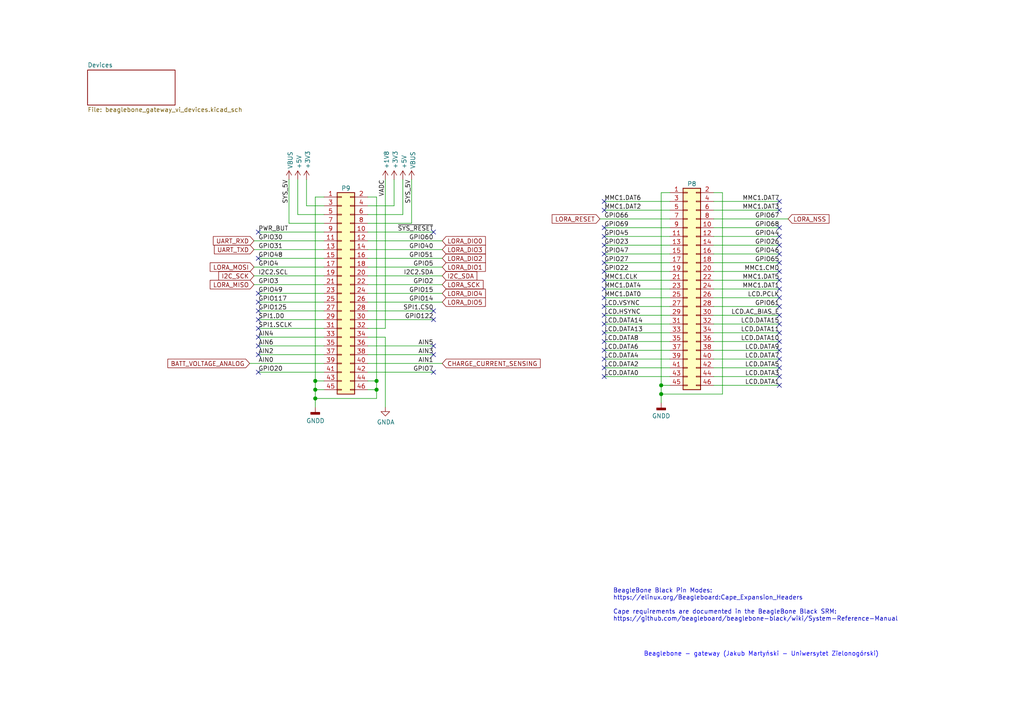
<source format=kicad_sch>
(kicad_sch (version 20230121) (generator eeschema)
  (paper "A4")
  (lib_symbols
    (symbol "Connector_Generic:Conn_02x23_Odd_Even" (pin_names (offset 1.016) hide)
      (property "Reference" "J" (at 1.27 30.48 0))
      (property "Value" "Conn_02x23_Odd_Even" (at 1.27 -30.48 0))
      (symbol "Conn_02x23_Odd_Even_1_1"
        (rectangle (start -1.27 -27.813) (end 0 -28.067) (stroke (width 0.1524)))
        (rectangle (start -1.27 -25.273) (end 0 -25.527) (stroke (width 0.1524)))
        (rectangle (start -1.27 -22.733) (end 0 -22.987) (stroke (width 0.1524)))
        (rectangle (start -1.27 -20.193) (end 0 -20.447) (stroke (width 0.1524)))
        (rectangle (start -1.27 -17.653) (end 0 -17.907) (stroke (width 0.1524)))
        (rectangle (start -1.27 -15.113) (end 0 -15.367) (stroke (width 0.1524)))
        (rectangle (start -1.27 -12.573) (end 0 -12.827) (stroke (width 0.1524)))
        (rectangle (start -1.27 -10.033) (end 0 -10.287) (stroke (width 0.1524)))
        (rectangle (start -1.27 -7.493) (end 0 -7.747) (stroke (width 0.1524)))
        (rectangle (start -1.27 -4.953) (end 0 -5.207) (stroke (width 0.1524)))
        (rectangle (start -1.27 -2.413) (end 0 -2.667) (stroke (width 0.1524)))
        (rectangle (start -1.27 0.127) (end 0 -0.127) (stroke (width 0.1524)))
        (rectangle (start -1.27 2.667) (end 0 2.413) (stroke (width 0.1524)))
        (rectangle (start -1.27 5.207) (end 0 4.953) (stroke (width 0.1524)))
        (rectangle (start -1.27 7.747) (end 0 7.493) (stroke (width 0.1524)))
        (rectangle (start -1.27 10.287) (end 0 10.033) (stroke (width 0.1524)))
        (rectangle (start -1.27 12.827) (end 0 12.573) (stroke (width 0.1524)))
        (rectangle (start -1.27 15.367) (end 0 15.113) (stroke (width 0.1524)))
        (rectangle (start -1.27 17.907) (end 0 17.653) (stroke (width 0.1524)))
        (rectangle (start -1.27 20.447) (end 0 20.193) (stroke (width 0.1524)))
        (rectangle (start -1.27 22.987) (end 0 22.733) (stroke (width 0.1524)))
        (rectangle (start -1.27 25.527) (end 0 25.273) (stroke (width 0.1524)))
        (rectangle (start -1.27 28.067) (end 0 27.813) (stroke (width 0.1524)))
        (rectangle (start -1.27 29.21) (end 3.81 -29.21) (stroke (width 0.254)) (fill (type background)))
        (rectangle (start 3.81 -27.813) (end 2.54 -28.067) (stroke (width 0.1524)))
        (rectangle (start 3.81 -25.273) (end 2.54 -25.527) (stroke (width 0.1524)))
        (rectangle (start 3.81 -22.733) (end 2.54 -22.987) (stroke (width 0.1524)))
        (rectangle (start 3.81 -20.193) (end 2.54 -20.447) (stroke (width 0.1524)))
        (rectangle (start 3.81 -17.653) (end 2.54 -17.907) (stroke (width 0.1524)))
        (rectangle (start 3.81 -15.113) (end 2.54 -15.367) (stroke (width 0.1524)))
        (rectangle (start 3.81 -12.573) (end 2.54 -12.827) (stroke (width 0.1524)))
        (rectangle (start 3.81 -10.033) (end 2.54 -10.287) (stroke (width 0.1524)))
        (rectangle (start 3.81 -7.493) (end 2.54 -7.747) (stroke (width 0.1524)))
        (rectangle (start 3.81 -4.953) (end 2.54 -5.207) (stroke (width 0.1524)))
        (rectangle (start 3.81 -2.413) (end 2.54 -2.667) (stroke (width 0.1524)))
        (rectangle (start 3.81 0.127) (end 2.54 -0.127) (stroke (width 0.1524)))
        (rectangle (start 3.81 2.667) (end 2.54 2.413) (stroke (width 0.1524)))
        (rectangle (start 3.81 5.207) (end 2.54 4.953) (stroke (width 0.1524)))
        (rectangle (start 3.81 7.747) (end 2.54 7.493) (stroke (width 0.1524)))
        (rectangle (start 3.81 10.287) (end 2.54 10.033) (stroke (width 0.1524)))
        (rectangle (start 3.81 12.827) (end 2.54 12.573) (stroke (width 0.1524)))
        (rectangle (start 3.81 15.367) (end 2.54 15.113) (stroke (width 0.1524)))
        (rectangle (start 3.81 17.907) (end 2.54 17.653) (stroke (width 0.1524)))
        (rectangle (start 3.81 20.447) (end 2.54 20.193) (stroke (width 0.1524)))
        (rectangle (start 3.81 22.987) (end 2.54 22.733) (stroke (width 0.1524)))
        (rectangle (start 3.81 25.527) (end 2.54 25.273) (stroke (width 0.1524)))
        (rectangle (start 3.81 28.067) (end 2.54 27.813) (stroke (width 0.1524)))
        (pin passive line (at -5.08 27.94 0) (length 3.81) (name "Pin_1") (number "1"))
        (pin passive line (at 7.62 17.78 180) (length 3.81) (name "Pin_10") (number "10"))
        (pin passive line (at -5.08 15.24 0) (length 3.81) (name "Pin_11") (number "11"))
        (pin passive line (at 7.62 15.24 180) (length 3.81) (name "Pin_12") (number "12"))
        (pin passive line (at -5.08 12.7 0) (length 3.81) (name "Pin_13") (number "13"))
        (pin passive line (at 7.62 12.7 180) (length 3.81) (name "Pin_14") (number "14"))
        (pin passive line (at -5.08 10.16 0) (length 3.81) (name "Pin_15") (number "15"))
        (pin passive line (at 7.62 10.16 180) (length 3.81) (name "Pin_16") (number "16"))
        (pin passive line (at -5.08 7.62 0) (length 3.81) (name "Pin_17") (number "17"))
        (pin passive line (at 7.62 7.62 180) (length 3.81) (name "Pin_18") (number "18"))
        (pin passive line (at -5.08 5.08 0) (length 3.81) (name "Pin_19") (number "19"))
        (pin passive line (at 7.62 27.94 180) (length 3.81) (name "Pin_2") (number "2"))
        (pin passive line (at 7.62 5.08 180) (length 3.81) (name "Pin_20") (number "20"))
        (pin passive line (at -5.08 2.54 0) (length 3.81) (name "Pin_21") (number "21"))
        (pin passive line (at 7.62 2.54 180) (length 3.81) (name "Pin_22") (number "22"))
        (pin passive line (at -5.08 0 0) (length 3.81) (name "Pin_23") (number "23"))
        (pin passive line (at 7.62 0 180) (length 3.81) (name "Pin_24") (number "24"))
        (pin passive line (at -5.08 -2.54 0) (length 3.81) (name "Pin_25") (number "25"))
        (pin passive line (at 7.62 -2.54 180) (length 3.81) (name "Pin_26") (number "26"))
        (pin passive line (at -5.08 -5.08 0) (length 3.81) (name "Pin_27") (number "27"))
        (pin passive line (at 7.62 -5.08 180) (length 3.81) (name "Pin_28") (number "28"))
        (pin passive line (at -5.08 -7.62 0) (length 3.81) (name "Pin_29") (number "29"))
        (pin passive line (at -5.08 25.4 0) (length 3.81) (name "Pin_3") (number "3"))
        (pin passive line (at 7.62 -7.62 180) (length 3.81) (name "Pin_30") (number "30"))
        (pin passive line (at -5.08 -10.16 0) (length 3.81) (name "Pin_31") (number "31"))
        (pin passive line (at 7.62 -10.16 180) (length 3.81) (name "Pin_32") (number "32"))
        (pin passive line (at -5.08 -12.7 0) (length 3.81) (name "Pin_33") (number "33"))
        (pin passive line (at 7.62 -12.7 180) (length 3.81) (name "Pin_34") (number "34"))
        (pin passive line (at -5.08 -15.24 0) (length 3.81) (name "Pin_35") (number "35"))
        (pin passive line (at 7.62 -15.24 180) (length 3.81) (name "Pin_36") (number "36"))
        (pin passive line (at -5.08 -17.78 0) (length 3.81) (name "Pin_37") (number "37"))
        (pin passive line (at 7.62 -17.78 180) (length 3.81) (name "Pin_38") (number "38"))
        (pin passive line (at -5.08 -20.32 0) (length 3.81) (name "Pin_39") (number "39"))
        (pin passive line (at 7.62 25.4 180) (length 3.81) (name "Pin_4") (number "4"))
        (pin passive line (at 7.62 -20.32 180) (length 3.81) (name "Pin_40") (number "40"))
        (pin passive line (at -5.08 -22.86 0) (length 3.81) (name "Pin_41") (number "41"))
        (pin passive line (at 7.62 -22.86 180) (length 3.81) (name "Pin_42") (number "42"))
        (pin passive line (at -5.08 -25.4 0) (length 3.81) (name "Pin_43") (number "43"))
        (pin passive line (at 7.62 -25.4 180) (length 3.81) (name "Pin_44") (number "44"))
        (pin passive line (at -5.08 -27.94 0) (length 3.81) (name "Pin_45") (number "45"))
        (pin passive line (at 7.62 -27.94 180) (length 3.81) (name "Pin_46") (number "46"))
        (pin passive line (at -5.08 22.86 0) (length 3.81) (name "Pin_5") (number "5"))
        (pin passive line (at 7.62 22.86 180) (length 3.81) (name "Pin_6") (number "6"))
        (pin passive line (at -5.08 20.32 0) (length 3.81) (name "Pin_7") (number "7"))
        (pin passive line (at 7.62 20.32 180) (length 3.81) (name "Pin_8") (number "8"))
        (pin passive line (at -5.08 17.78 0) (length 3.81) (name "Pin_9") (number "9"))
      )
    )
    (symbol "power:+1V8" (power) (pin_names (offset 0))
      (property "Value" "+1V8" (at 0 3.556 0))
      (symbol "+1V8_0_1"
        (polyline (pts (xy -0.762 1.27) (xy 0 2.54)))
        (polyline (pts (xy 0 0) (xy 0 2.54)))
        (polyline (pts (xy 0 2.54) (xy 0.762 1.27)))
      )
      (symbol "+1V8_1_1"
        (pin power_in line (at 0 0 90) (length 0) hide (name "+1V8") (number "1"))
      )
    )
    (symbol "power:+3.3V" (power) (pin_names (offset 0))
      (property "Value" "+3.3V" (at 0 3.556 0))
      (symbol "+3.3V_0_1"
        (polyline (pts (xy -0.762 1.27) (xy 0 2.54)))
        (polyline (pts (xy 0 0) (xy 0 2.54)))
        (polyline (pts (xy 0 2.54) (xy 0.762 1.27)))
      )
      (symbol "+3.3V_1_1"
        (pin power_in line (at 0 0 90) (length 0) hide (name "+3V3") (number "1"))
      )
    )
    (symbol "power:+5V" (power) (pin_names (offset 0))
      (property "Value" "+5V" (at 0 3.556 0))
      (symbol "+5V_0_1"
        (polyline (pts (xy -0.762 1.27) (xy 0 2.54)))
        (polyline (pts (xy 0 0) (xy 0 2.54)))
        (polyline (pts (xy 0 2.54) (xy 0.762 1.27)))
      )
      (symbol "+5V_1_1"
        (pin power_in line (at 0 0 90) (length 0) hide (name "+5V") (number "1"))
      )
    )
    (symbol "power:GNDA" (power) (pin_names (offset 0))
      (property "Value" "GNDA" (at 0 -3.81 0))
      (symbol "GNDA_0_1"
        (polyline (pts (xy 0 0) (xy 0 -1.27) (xy 1.27 -1.27) (xy 0 -2.54) (xy -1.27 -1.27) (xy 0 -1.27)))
      )
      (symbol "GNDA_1_1"
        (pin power_in line (at 0 0 270) (length 0) hide (name "GNDA") (number "1"))
      )
    )
    (symbol "power:GNDD" (power) (pin_names (offset 0))
      (property "Value" "GNDD" (at 0 -3.175 0))
      (symbol "GNDD_0_1"
        (rectangle (start -1.27 -1.524) (end 1.27 -2.032) (stroke (width 0.254)) (fill (type outline)))
        (polyline (pts (xy 0 0) (xy 0 -1.524)))
      )
      (symbol "GNDD_1_1"
        (pin power_in line (at 0 0 270) (length 0) hide (name "GNDD") (number "1"))
      )
    )
    (symbol "power:VBUS" (power) (pin_names (offset 0))
      (property "Value" "VBUS" (at 0 3.81 0))
      (symbol "VBUS_0_1"
        (polyline (pts (xy -0.762 1.27) (xy 0 2.54)))
        (polyline (pts (xy 0 0) (xy 0 2.54)))
        (polyline (pts (xy 0 2.54) (xy 0.762 1.27)))
      )
      (symbol "VBUS_1_1"
        (pin power_in line (at 0 0 90) (length 0) hide (name "VBUS") (number "1"))
      )
    )
  )
  (junction (at 91.44 113.03) (diameter 1.016))
  (junction (at 191.77 114.3) (diameter 1.016))
  (junction (at 91.44 110.49) (diameter 1.016))
  (junction (at 109.22 113.03) (diameter 1.016))
  (junction (at 191.77 111.76) (diameter 1.016))
  (junction (at 91.44 115.57) (diameter 1.016))
  (junction (at 109.22 110.49) (diameter 1.016))
  (no_connect (at 175.26 66.04))
  (no_connect (at 74.93 92.71))
  (no_connect (at 226.06 109.22))
  (no_connect (at 226.06 81.28))
  (no_connect (at 226.06 88.9))
  (no_connect (at 175.26 88.9))
  (no_connect (at 175.26 68.58))
  (no_connect (at 175.26 58.42))
  (no_connect (at 175.26 99.06))
  (no_connect (at 74.93 74.93))
  (no_connect (at 226.06 91.44))
  (no_connect (at 175.26 101.6))
  (no_connect (at 226.06 106.68))
  (no_connect (at 125.73 102.87))
  (no_connect (at 175.26 86.36))
  (no_connect (at 74.93 87.63))
  (no_connect (at 175.26 106.68))
  (no_connect (at 175.26 81.28))
  (no_connect (at 226.06 101.6))
  (no_connect (at 175.26 96.52))
  (no_connect (at 226.06 111.76))
  (no_connect (at 175.26 76.2))
  (no_connect (at 226.06 58.42))
  (no_connect (at 226.06 96.52))
  (no_connect (at 226.06 66.04))
  (no_connect (at 226.06 76.2))
  (no_connect (at 226.06 68.58))
  (no_connect (at 74.93 90.17))
  (no_connect (at 226.06 86.36))
  (no_connect (at 175.26 73.66))
  (no_connect (at 175.26 60.96))
  (no_connect (at 74.93 100.33))
  (no_connect (at 175.26 71.12))
  (no_connect (at 74.93 67.31))
  (no_connect (at 226.06 93.98))
  (no_connect (at 175.26 93.98))
  (no_connect (at 175.26 78.74))
  (no_connect (at 74.93 107.95))
  (no_connect (at 125.73 67.31))
  (no_connect (at 125.73 92.71))
  (no_connect (at 175.26 83.82))
  (no_connect (at 226.06 83.82))
  (no_connect (at 74.93 102.87))
  (no_connect (at 74.93 95.25))
  (no_connect (at 226.06 99.06))
  (no_connect (at 125.73 90.17))
  (no_connect (at 125.73 107.95))
  (no_connect (at 226.06 78.74))
  (no_connect (at 175.26 109.22))
  (no_connect (at 226.06 71.12))
  (no_connect (at 226.06 73.66))
  (no_connect (at 175.26 104.14))
  (no_connect (at 125.73 100.33))
  (no_connect (at 175.26 91.44))
  (no_connect (at 226.06 104.14))
  (no_connect (at 226.06 60.96))
  (no_connect (at 74.93 85.09))
  (no_connect (at 74.93 97.79))
  (wire (pts (xy 74.93 92.71) (xy 93.98 92.71)))
  (wire (pts (xy 106.68 72.39) (xy 128.27 72.39)))
  (wire (pts (xy 106.68 74.93) (xy 128.27 74.93)))
  (wire (pts (xy 207.01 86.36) (xy 226.06 86.36)))
  (wire (pts (xy 106.68 92.71) (xy 125.73 92.71)))
  (wire (pts (xy 93.98 62.23) (xy 86.36 62.23)))
  (wire (pts (xy 207.01 81.28) (xy 226.06 81.28)))
  (wire (pts (xy 207.01 91.44) (xy 226.06 91.44)))
  (wire (pts (xy 93.98 64.77) (xy 83.82 64.77)))
  (wire (pts (xy 207.01 63.5) (xy 228.6 63.5)))
  (wire (pts (xy 91.44 110.49) (xy 93.98 110.49)))
  (wire (pts (xy 106.68 107.95) (xy 125.73 107.95)))
  (wire (pts (xy 207.01 99.06) (xy 226.06 99.06)))
  (wire (pts (xy 106.68 102.87) (xy 125.73 102.87)))
  (wire (pts (xy 175.26 73.66) (xy 194.31 73.66)))
  (wire (pts (xy 207.01 101.6) (xy 226.06 101.6)))
  (wire (pts (xy 207.01 96.52) (xy 226.06 96.52)))
  (wire (pts (xy 106.68 87.63) (xy 128.27 87.63)))
  (wire (pts (xy 74.93 95.25) (xy 93.98 95.25)))
  (wire (pts (xy 88.9 52.07) (xy 88.9 59.69)))
  (wire (pts (xy 175.26 93.98) (xy 194.31 93.98)))
  (wire (pts (xy 175.26 66.04) (xy 194.31 66.04)))
  (wire (pts (xy 106.68 97.79) (xy 111.76 97.79)))
  (wire (pts (xy 91.44 115.57) (xy 109.22 115.57)))
  (wire (pts (xy 73.66 77.47) (xy 93.98 77.47)))
  (wire (pts (xy 74.93 74.93) (xy 93.98 74.93)))
  (wire (pts (xy 207.01 76.2) (xy 226.06 76.2)))
  (wire (pts (xy 93.98 59.69) (xy 88.9 59.69)))
  (wire (pts (xy 173.99 63.5) (xy 194.31 63.5)))
  (wire (pts (xy 73.66 72.39) (xy 93.98 72.39)))
  (wire (pts (xy 74.93 85.09) (xy 93.98 85.09)))
  (wire (pts (xy 191.77 114.3) (xy 209.55 114.3)))
  (wire (pts (xy 209.55 55.88) (xy 209.55 114.3)))
  (wire (pts (xy 106.68 64.77) (xy 119.38 64.77)))
  (wire (pts (xy 191.77 55.88) (xy 191.77 111.76)))
  (wire (pts (xy 175.26 71.12) (xy 194.31 71.12)))
  (wire (pts (xy 191.77 55.88) (xy 194.31 55.88)))
  (wire (pts (xy 73.66 82.55) (xy 93.98 82.55)))
  (wire (pts (xy 207.01 88.9) (xy 226.06 88.9)))
  (wire (pts (xy 106.68 59.69) (xy 114.3 59.69)))
  (wire (pts (xy 116.84 62.23) (xy 116.84 52.07)))
  (wire (pts (xy 114.3 59.69) (xy 114.3 52.07)))
  (wire (pts (xy 191.77 111.76) (xy 191.77 114.3)))
  (wire (pts (xy 191.77 114.3) (xy 191.77 116.84)))
  (wire (pts (xy 194.31 111.76) (xy 191.77 111.76)))
  (wire (pts (xy 175.26 58.42) (xy 194.31 58.42)))
  (wire (pts (xy 106.68 80.01) (xy 128.27 80.01)))
  (wire (pts (xy 175.26 106.68) (xy 194.31 106.68)))
  (wire (pts (xy 91.44 115.57) (xy 91.44 118.11)))
  (wire (pts (xy 175.26 76.2) (xy 194.31 76.2)))
  (wire (pts (xy 74.93 100.33) (xy 93.98 100.33)))
  (wire (pts (xy 91.44 110.49) (xy 91.44 113.03)))
  (wire (pts (xy 72.39 105.41) (xy 93.98 105.41)))
  (wire (pts (xy 207.01 83.82) (xy 226.06 83.82)))
  (wire (pts (xy 83.82 64.77) (xy 83.82 52.07)))
  (wire (pts (xy 74.93 90.17) (xy 93.98 90.17)))
  (wire (pts (xy 207.01 66.04) (xy 226.06 66.04)))
  (wire (pts (xy 106.68 110.49) (xy 109.22 110.49)))
  (wire (pts (xy 109.22 110.49) (xy 109.22 113.03)))
  (wire (pts (xy 109.22 113.03) (xy 109.22 115.57)))
  (wire (pts (xy 207.01 60.96) (xy 226.06 60.96)))
  (wire (pts (xy 106.68 90.17) (xy 125.73 90.17)))
  (wire (pts (xy 111.76 97.79) (xy 111.76 118.11)))
  (wire (pts (xy 175.26 83.82) (xy 194.31 83.82)))
  (wire (pts (xy 106.68 57.15) (xy 109.22 57.15)))
  (wire (pts (xy 106.68 77.47) (xy 128.27 77.47)))
  (wire (pts (xy 111.76 52.07) (xy 111.76 95.25)))
  (wire (pts (xy 175.26 109.22) (xy 194.31 109.22)))
  (wire (pts (xy 86.36 52.07) (xy 86.36 62.23)))
  (wire (pts (xy 207.01 55.88) (xy 209.55 55.88)))
  (wire (pts (xy 207.01 109.22) (xy 226.06 109.22)))
  (wire (pts (xy 109.22 57.15) (xy 109.22 110.49)))
  (wire (pts (xy 106.68 85.09) (xy 128.27 85.09)))
  (wire (pts (xy 175.26 99.06) (xy 194.31 99.06)))
  (wire (pts (xy 74.93 107.95) (xy 93.98 107.95)))
  (wire (pts (xy 175.26 86.36) (xy 194.31 86.36)))
  (wire (pts (xy 175.26 78.74) (xy 194.31 78.74)))
  (wire (pts (xy 207.01 73.66) (xy 226.06 73.66)))
  (wire (pts (xy 106.68 82.55) (xy 128.27 82.55)))
  (wire (pts (xy 175.26 96.52) (xy 194.31 96.52)))
  (wire (pts (xy 73.66 80.01) (xy 93.98 80.01)))
  (wire (pts (xy 119.38 52.07) (xy 119.38 64.77)))
  (wire (pts (xy 91.44 57.15) (xy 91.44 110.49)))
  (wire (pts (xy 93.98 57.15) (xy 91.44 57.15)))
  (wire (pts (xy 73.66 69.85) (xy 93.98 69.85)))
  (wire (pts (xy 207.01 106.68) (xy 226.06 106.68)))
  (wire (pts (xy 207.01 71.12) (xy 226.06 71.12)))
  (wire (pts (xy 175.26 88.9) (xy 194.31 88.9)))
  (wire (pts (xy 74.93 87.63) (xy 93.98 87.63)))
  (wire (pts (xy 106.68 105.41) (xy 128.27 105.41)))
  (wire (pts (xy 207.01 68.58) (xy 226.06 68.58)))
  (wire (pts (xy 175.26 81.28) (xy 194.31 81.28)))
  (wire (pts (xy 175.26 68.58) (xy 194.31 68.58)))
  (wire (pts (xy 91.44 113.03) (xy 93.98 113.03)))
  (wire (pts (xy 91.44 115.57) (xy 91.44 113.03)))
  (wire (pts (xy 207.01 78.74) (xy 226.06 78.74)))
  (wire (pts (xy 207.01 111.76) (xy 226.06 111.76)))
  (wire (pts (xy 74.93 97.79) (xy 93.98 97.79)))
  (wire (pts (xy 207.01 104.14) (xy 226.06 104.14)))
  (wire (pts (xy 175.26 91.44) (xy 194.31 91.44)))
  (wire (pts (xy 106.68 69.85) (xy 128.27 69.85)))
  (wire (pts (xy 207.01 58.42) (xy 226.06 58.42)))
  (wire (pts (xy 207.01 93.98) (xy 226.06 93.98)))
  (wire (pts (xy 106.68 62.23) (xy 116.84 62.23)))
  (wire (pts (xy 74.93 67.31) (xy 93.98 67.31)))
  (wire (pts (xy 106.68 100.33) (xy 125.73 100.33)))
  (wire (pts (xy 175.26 101.6) (xy 194.31 101.6)))
  (wire (pts (xy 106.68 67.31) (xy 125.73 67.31)))
  (wire (pts (xy 175.26 104.14) (xy 194.31 104.14)))
  (wire (pts (xy 106.68 95.25) (xy 111.76 95.25)))
  (wire (pts (xy 74.93 102.87) (xy 93.98 102.87)))
  (wire (pts (xy 175.26 60.96) (xy 194.31 60.96)))
  (wire (pts (xy 106.68 113.03) (xy 109.22 113.03)))
  (text "Beaglebone - gateway (Jakub Martyński - Uniwersytet Zielonogórski)" (at 186.69 190.5 0) (effects (font (size 1.27 1.27)) (justify left bottom)))
  (text "BeagleBone Black Pin Modes:\nhttps://elinux.org/Beagleboard:Cape_Expansion_Headers\n\nCape requirements are documented in the BeagleBone Black SRM:\nhttps://github.com/beagleboard/beaglebone-black/wiki/System-Reference-Manual" (at 177.8 180.34 0) (effects (font (size 1.27 1.27)) (justify left bottom)))
  (text "Podłącz piny DIO0-DIO5 do jakiś pinów na złączach.\nMamy sporo wolnych a mogą się przydać do odczytywania\ndodatkowych informacji o układzie." (at -1.27 -29.21 0) (effects (font (size 1.27 1.27)) (justify left bottom)))
  (text "Może warto również dodać jakieś 2 przyciski\ndo nieużywanych GPIO, co nam pozwoli sterować\nprogramem jak nie będzie np. podłączony\nkomputer (to jest raczej nice to have i może\nbyć również zrobione w wersji 2)." (at 60.96 -22.86 0) (effects (font (size 1.27 1.27)) (justify left bottom)))
  (text "Ogólne:\n- Nie używaj symbolu omega (tak, to są ohmy ale nie używa\nsię. Widać, że to jest rezystor więc wystarczy np. 1, 1k, 1M\n- Na koniec żeby ktoś kto nie ma KiCada mógł oglądać wygodnie\nschemat - zamiast robić screenshoty - \"Wydrukuj do PDFa\" - Schemat i PCB.\n" (at 121.92 -26.67 0) (effects (font (size 1.27 1.27)) (justify left bottom)))
  (text "Zastanów się czy nie warto dodać jakiegoś switcha\ni podłączyć PWR_BUT i SYS_RESET. Jak nałożymy tą nakładkę na\nBeaglebone to stracimy dostęp (a przynajmniej bardzo\ngo utrudnimy) do przycisków na płycie.\n\n(Nice to have i może\nbyć również zrobione w wersji 2\nbo wydaje się proste do zrobienia)." (at -46.99 -7.62 0) (effects (font (size 1.27 1.27)) (justify left bottom)))
  (label "GPIO45" (at 175.26 68.58 0))
  (label "LCD.DATA14" (at 175.26 93.98 0))
  (label "AIN4" (at 74.93 97.79 0))
  (label "GPIO125" (at 74.93 90.17 0))
  (label "GPIO5" (at 125.73 77.47 180))
  (label "VADC" (at 111.76 52.07 270))
  (label "SPI1.CS0" (at 125.73 90.17 180))
  (label "GPIO67" (at 226.06 63.5 180))
  (label "LCD.DATA13" (at 175.26 96.52 0))
  (label "I2C2.SDA" (at 125.73 80.01 180))
  (label "MMC1.DAT5" (at 226.06 81.28 180))
  (label "LCD.DATA1" (at 226.06 111.76 180))
  (label "LCD.HSYNC" (at 175.26 91.44 0))
  (label "MMC1.CMD" (at 226.06 78.74 180))
  (label "SPI1.SCLK" (at 74.93 95.25 0))
  (label "GPIO117" (at 74.93 87.63 0))
  (label "PWR_BUT" (at 74.93 67.31 0))
  (label "GPIO27" (at 175.26 76.2 0))
  (label "~{SYS_RESET}" (at 125.73 67.31 180))
  (label "GPIO30" (at 74.93 69.85 0))
  (label "GPIO4" (at 74.93 77.47 0))
  (label "LCD.DATA2" (at 175.26 106.68 0))
  (label "GPIO7" (at 125.73 107.95 180))
  (label "AIN6" (at 74.93 100.33 0))
  (label "GPIO15" (at 125.73 85.09 180))
  (label "SPI1.D0" (at 74.93 92.71 0))
  (label "SYS_5V" (at 119.38 52.07 270))
  (label "GPIO46" (at 226.06 73.66 180))
  (label "AIN5" (at 125.73 100.33 180))
  (label "GPIO23" (at 175.26 71.12 0))
  (label "GPIO51" (at 125.73 74.93 180))
  (label "MMC1.DAT3" (at 226.06 60.96 180))
  (label "GPIO2" (at 125.73 82.55 180))
  (label "GPIO31" (at 74.93 72.39 0))
  (label "GPIO20" (at 74.93 107.95 0))
  (label "MMC1.CLK" (at 175.26 81.28 0))
  (label "MMC1.DAT1" (at 226.06 83.82 180))
  (label "GPIO47" (at 175.26 73.66 0))
  (label "LCD.DATA11" (at 226.06 96.52 180))
  (label "GPIO40" (at 125.73 72.39 180))
  (label "I2C2.SCL" (at 74.93 80.01 0))
  (label "LCD.DATA0" (at 175.26 109.22 0))
  (label "LCD.PCLK" (at 226.06 86.36 180))
  (label "GPIO44" (at 226.06 68.58 180))
  (label "GPIO49" (at 74.93 85.09 0))
  (label "AIN2" (at 74.93 102.87 0))
  (label "GPIO61" (at 226.06 88.9 180))
  (label "GPIO122" (at 125.73 92.71 180))
  (label "AIN0" (at 74.93 105.41 0))
  (label "LCD.DATA9" (at 226.06 101.6 180))
  (label "LCD.DATA15" (at 226.06 93.98 180))
  (label "GPIO66" (at 175.26 63.5 0))
  (label "GPIO14" (at 125.73 87.63 180))
  (label "GPIO3" (at 74.93 82.55 0))
  (label "MMC1.DAT7" (at 226.06 58.42 180))
  (label "MMC1.DAT2" (at 175.26 60.96 0))
  (label "GPIO69" (at 175.26 66.04 0))
  (label "LCD.DATA4" (at 175.26 104.14 0))
  (label "GPIO60" (at 125.73 69.85 180))
  (label "LCD.DATA3" (at 226.06 109.22 180))
  (label "MMC1.DAT4" (at 175.26 83.82 0))
  (label "GPIO22" (at 175.26 78.74 0))
  (label "GPIO68" (at 226.06 66.04 180))
  (label "AIN3" (at 125.73 102.87 180))
  (label "LCD.AC_BIAS_E" (at 226.06 91.44 180))
  (label "LCD.DATA7" (at 226.06 104.14 180))
  (label "LCD.DATA10" (at 226.06 99.06 180))
  (label "MMC1.DAT0" (at 175.26 86.36 0))
  (label "GPIO26" (at 226.06 71.12 180))
  (label "GPIO48" (at 74.93 74.93 0))
  (label "LCD.DATA5" (at 226.06 106.68 180))
  (label "AIN1" (at 125.73 105.41 180))
  (label "LCD.DATA8" (at 175.26 99.06 0))
  (label "SYS_5V" (at 83.82 52.07 270))
  (label "MMC1.DAT6" (at 175.26 58.42 0))
  (label "LCD.DATA6" (at 175.26 101.6 0))
  (label "LCD.VSYNC" (at 175.26 88.9 0))
  (label "GPIO65" (at 226.06 76.2 180))
  (global_label "LORA_RESET" (shape input) (at 173.99 63.5 180) (property "Intersheetrefs" "${INTERSHEET_REFS}" (effects hide)))
  (global_label "LORA_MOSI" (shape input) (at 73.66 77.47 180) (property "Intersheetrefs" "${INTERSHEET_REFS}" (effects hide)))
  (global_label "LORA_DIO3" (shape input) (at 128.27 72.39 0) (property "Intersheetrefs" "${INTERSHEET_REFS}" (effects hide)))
  (global_label "LORA_SCK" (shape input) (at 128.27 82.55 0) (property "Intersheetrefs" "${INTERSHEET_REFS}" (effects hide)))
  (global_label "LORA_DIO0" (shape input) (at 128.27 69.85 0) (property "Intersheetrefs" "${INTERSHEET_REFS}" (effects hide)))
  (global_label "UART_TXD" (shape input) (at 73.66 72.39 180) (property "Intersheetrefs" "${INTERSHEET_REFS}" (effects hide)))
  (global_label "LORA_DIO1" (shape input) (at 128.27 77.47 0) (property "Intersheetrefs" "${INTERSHEET_REFS}" (effects hide)))
  (global_label "LORA_NSS" (shape input) (at 228.6 63.5 0) (property "Intersheetrefs" "${INTERSHEET_REFS}" (effects hide)))
  (global_label "LORA_DIO4" (shape input) (at 128.27 85.09 0) (property "Intersheetrefs" "${INTERSHEET_REFS}" (effects hide)))
  (global_label "UART_RXD" (shape input) (at 73.66 69.85 180) (property "Intersheetrefs" "${INTERSHEET_REFS}" (effects hide)))
  (global_label "LORA_DIO5" (shape input) (at 128.27 87.63 0) (property "Intersheetrefs" "${INTERSHEET_REFS}" (effects hide)))
  (global_label "CHARGE_CURRENT_SENSING" (shape input) (at 128.27 105.41 0) (property "Intersheetrefs" "${INTERSHEET_REFS}" (effects hide)))
  (global_label "I2C_SDA" (shape input) (at 128.27 80.01 0) (property "Intersheetrefs" "${INTERSHEET_REFS}" (effects hide)))
  (global_label "LORA_MISO" (shape input) (at 73.66 82.55 180) (property "Intersheetrefs" "${INTERSHEET_REFS}" (effects hide)))
  (global_label "BATT_VOLTAGE_ANALOG" (shape input) (at 72.39 105.41 180) (property "Intersheetrefs" "${INTERSHEET_REFS}" (effects hide)))
  (global_label "LORA_DIO2" (shape input) (at 128.27 74.93 0) (property "Intersheetrefs" "${INTERSHEET_REFS}" (effects hide)))
  (global_label "I2C_SCK" (shape input) (at 73.66 80.01 180) (property "Intersheetrefs" "${INTERSHEET_REFS}" (effects hide)))
  (symbol (lib_id "power:GNDD") (at 191.77 116.84 0) (unit 1)
    (property "Reference" "#PWR04" (effects hide))
    (property "Value" "GNDD" (at 191.77 120.65 0))
  )
  (symbol (lib_id "power:+3.3V") (at 114.3 52.07 0) (unit 1)
    (property "Reference" "#PWR06" (effects hide))
    (property "Value" "+3V3" (at 114.6556 49.022 90) (effects (justify left)))
  )
  (symbol (lib_id "power:+5V") (at 116.84 52.07 0) (unit 1)
    (property "Reference" "#PWR07" (effects hide))
    (property "Value" "+5V" (at 117.221 49.022 90) (effects (justify left)))
  )
  (symbol (lib_id "power:+3.3V") (at 88.9 52.07 0) (unit 1)
    (property "Reference" "#PWR08" (effects hide))
    (property "Value" "+3V3" (at 89.2556 49.022 90) (effects (justify left)))
  )
  (symbol (lib_id "power:+5V") (at 86.36 52.07 0) (unit 1)
    (property "Reference" "#PWR09" (effects hide))
    (property "Value" "+5V" (at 86.741 49.022 90) (effects (justify left)))
  )
  (symbol (lib_id "Connector_Generic:Conn_02x23_Odd_Even") (at 99.06 85.09 0) (unit 1)
    (property "Reference" "P9" (at 100.33 54.61 0))
    (property "Value" "BeagleBone_Black_Header" (effects hide))
    (property "Footprint" "Connector_PinHeader_2.54mm:PinHeader_2x23_P2.54mm_Vertical" (effects hide))
  )
  (symbol (lib_id "Connector_Generic:Conn_02x23_Odd_Even") (at 199.39 83.82 0) (unit 1)
    (property "Reference" "P8" (at 200.66 53.34 0))
    (property "Value" "BeagleBone_Black_Header" (effects hide))
    (property "Footprint" "Connector_PinHeader_2.54mm:PinHeader_2x23_P2.54mm_Vertical" (effects hide))
  )
  (symbol (lib_id "power:GNDA") (at 111.76 118.11 0) (unit 1)
    (property "Reference" "#PWR0107" (effects hide))
    (property "Value" "GNDA" (at 111.8743 122.4344 0))
  )
  (symbol (lib_id "power:+1V8") (at 111.76 52.07 0) (unit 1)
    (property "Reference" "#PWR0104" (effects hide))
    (property "Value" "+1V8" (at 112.1156 49.022 90) (effects (justify left)))
  )
  (symbol (lib_id "power:VBUS") (at 119.38 52.07 0) (unit 1)
    (property "Reference" "#PWR0105" (effects hide))
    (property "Value" "VBUS" (at 119.761 49.022 90) (effects (justify left)))
  )
  (symbol (lib_id "power:VBUS") (at 83.82 52.07 0) (unit 1)
    (property "Reference" "#PWR0103" (effects hide))
    (property "Value" "VBUS" (at 84.201 49.022 90) (effects (justify left)))
  )
  (symbol (lib_id "power:GNDD") (at 91.44 118.11 0) (unit 1)
    (property "Reference" "#PWR0106" (effects hide))
    (property "Value" "GNDD" (at 91.4908 122.0534 0))
  )
  (sheet (at 25.4 20.32) (size 25.4 10.16) (stroke (width 0.1524))
    (property "Sheetname" "Devices" (at 25.4 19.6084 0) (effects (justify left bottom)))
    (property "Sheetfile" "beaglebone_gateway_vi_devices.kicad_sch" (at 25.4 31.0646 0) (effects (justify left top)))
  )
)
</source>
